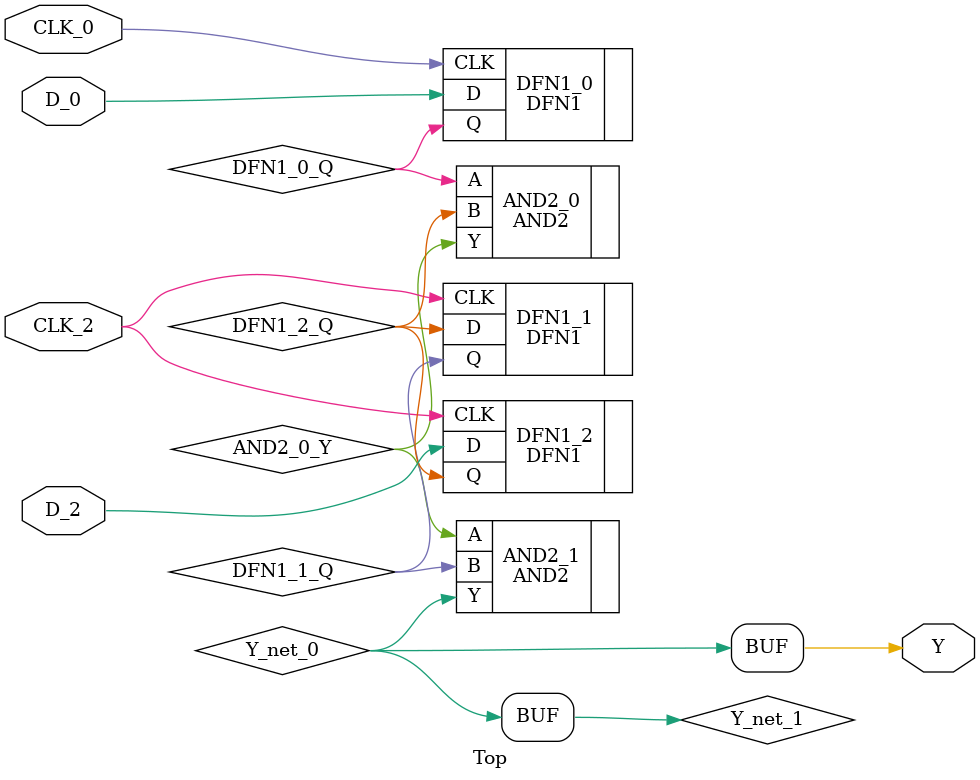
<source format=v>

`timescale 1ns / 100ps

module Top(
    // Inputs
    CLK_0,
    CLK_2,
    D_0,
    D_2,
    // Outputs
    Y
);

//--------------------------------------------------------------------
// Input
//--------------------------------------------------------------------
input  CLK_0;
input  CLK_2;
input  D_0;
input  D_2;
//--------------------------------------------------------------------
// Output
//--------------------------------------------------------------------
output Y;
//--------------------------------------------------------------------
// Nets
//--------------------------------------------------------------------
wire   AND2_0_Y;
wire   CLK_0;
wire   CLK_2;
wire   D_0;
wire   D_2;
wire   DFN1_0_Q;
wire   DFN1_1_Q;
wire   DFN1_2_Q;
wire   Y_net_0;
wire   Y_net_1;
//--------------------------------------------------------------------
// Top level output port assignments
//--------------------------------------------------------------------
assign Y_net_1 = Y_net_0;
assign Y       = Y_net_1;
//--------------------------------------------------------------------
// Component instances
//--------------------------------------------------------------------
//--------AND2
AND2 AND2_0(
        // Inputs
        .A ( DFN1_0_Q ),
        .B ( DFN1_2_Q ),
        // Outputs
        .Y ( AND2_0_Y ) 
        );

//--------AND2
AND2 AND2_1(
        // Inputs
        .A ( AND2_0_Y ),
        .B ( DFN1_1_Q ),
        // Outputs
        .Y ( Y_net_0 ) 
        );

//--------DFN1
DFN1 DFN1_0(
        // Inputs
        .D   ( D_0 ),
        .CLK ( CLK_0 ),
        // Outputs
        .Q   ( DFN1_0_Q ) 
        );

//--------DFN1
DFN1 DFN1_1(
        // Inputs
        .D   ( DFN1_2_Q ),
        .CLK ( CLK_2 ),
        // Outputs
        .Q   ( DFN1_1_Q ) 
        );

//--------DFN1
DFN1 DFN1_2(
        // Inputs
        .D   ( D_2 ),
        .CLK ( CLK_2 ),
        // Outputs
        .Q   ( DFN1_2_Q ) 
        );


endmodule

</source>
